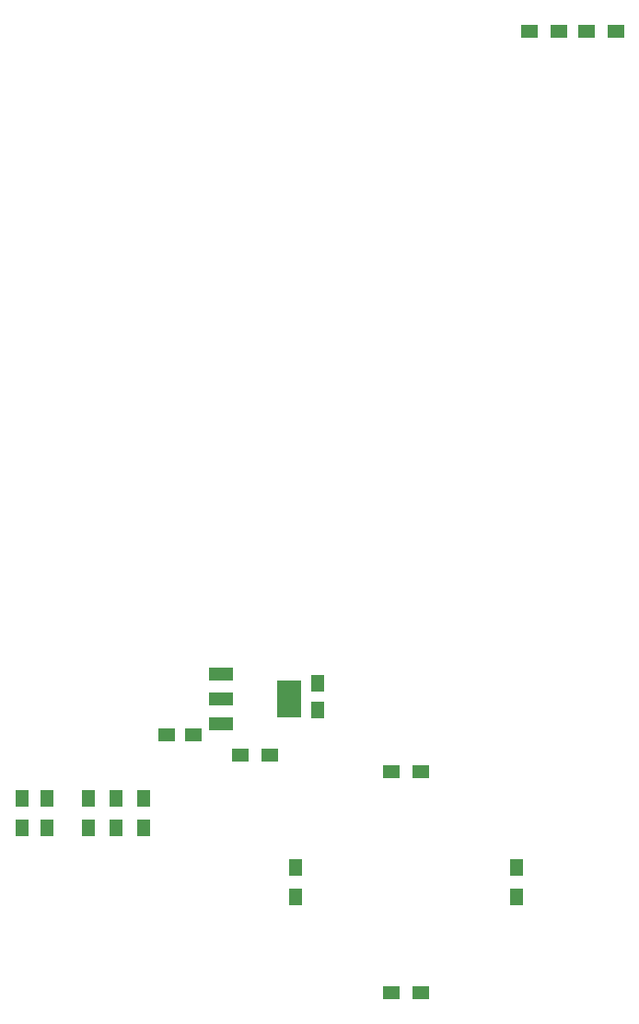
<source format=gbr>
G04 #@! TF.FileFunction,Paste,Top*
%FSLAX46Y46*%
G04 Gerber Fmt 4.6, Leading zero omitted, Abs format (unit mm)*
G04 Created by KiCad (PCBNEW 4.0.2+dfsg1-stable) date Mon 11 Jun 2018 12:13:27 PM EDT*
%MOMM*%
G01*
G04 APERTURE LIST*
%ADD10C,0.100000*%
%ADD11R,1.300000X1.500000*%
%ADD12R,1.500000X1.300000*%
%ADD13R,1.500000X1.250000*%
%ADD14R,1.250000X1.500000*%
%ADD15R,2.200000X1.200000*%
%ADD16R,2.200000X3.500000*%
G04 APERTURE END LIST*
D10*
D11*
X68834000Y-129620000D03*
X68834000Y-126920000D03*
D12*
X117326400Y-56388000D03*
X114626400Y-56388000D03*
X112094000Y-56388000D03*
X109394000Y-56388000D03*
D13*
X78484929Y-121110373D03*
X75984929Y-121110373D03*
D14*
X89934929Y-118804373D03*
X89934929Y-116304373D03*
D11*
X73914000Y-129620000D03*
X73914000Y-126920000D03*
X71374000Y-129620000D03*
X71374000Y-126920000D03*
X65024000Y-129620000D03*
X65024000Y-126920000D03*
X62738000Y-126920000D03*
X62738000Y-129620000D03*
D15*
X81044929Y-120108373D03*
X81044929Y-117808373D03*
X81044929Y-115508373D03*
D16*
X87244929Y-117808373D03*
D11*
X87884000Y-135970000D03*
X87884000Y-133270000D03*
D12*
X99394000Y-144780000D03*
X96694000Y-144780000D03*
D11*
X108204000Y-133270000D03*
X108204000Y-135970000D03*
D12*
X96694000Y-124460000D03*
X99394000Y-124460000D03*
X85499993Y-122982401D03*
X82799993Y-122982401D03*
M02*

</source>
